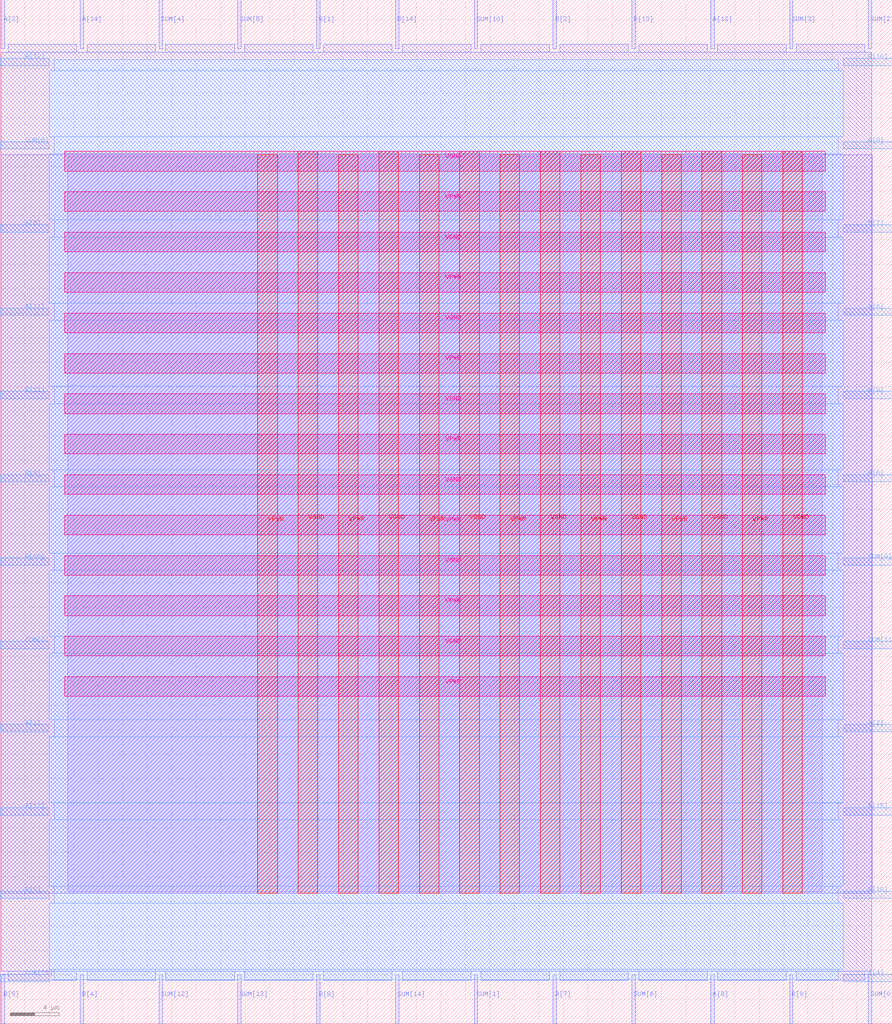
<source format=lef>
VERSION 5.7 ;
  NOWIREEXTENSIONATPIN ON ;
  DIVIDERCHAR "/" ;
  BUSBITCHARS "[]" ;
MACRO kogge
  CLASS BLOCK ;
  FOREIGN kogge ;
  ORIGIN 0.000 0.000 ;
  SIZE 72.880 BY 83.600 ;
  PIN A[0]
    DIRECTION INPUT ;
    USE SIGNAL ;
    ANTENNAGATEAREA 0.196500 ;
    PORT
      LAYER met3 ;
        RECT 0.000 64.640 4.000 65.240 ;
    END
  END A[0]
  PIN A[10]
    DIRECTION INPUT ;
    USE SIGNAL ;
    ANTENNAGATEAREA 0.213000 ;
    PORT
      LAYER met3 ;
        RECT 68.880 10.240 72.880 10.840 ;
    END
  END A[10]
  PIN A[11]
    DIRECTION INPUT ;
    USE SIGNAL ;
    ANTENNAGATEAREA 0.213000 ;
    PORT
      LAYER met3 ;
        RECT 0.000 57.840 4.000 58.440 ;
    END
  END A[11]
  PIN A[12]
    DIRECTION INPUT ;
    USE SIGNAL ;
    ANTENNAGATEAREA 0.213000 ;
    PORT
      LAYER met2 ;
        RECT 58.050 79.600 58.330 83.600 ;
    END
  END A[12]
  PIN A[13]
    DIRECTION INPUT ;
    USE SIGNAL ;
    ANTENNAGATEAREA 0.213000 ;
    PORT
      LAYER met3 ;
        RECT 0.000 17.040 4.000 17.640 ;
    END
  END A[13]
  PIN A[14]
    DIRECTION INPUT ;
    USE SIGNAL ;
    ANTENNAGATEAREA 0.196500 ;
    PORT
      LAYER met2 ;
        RECT 6.530 79.600 6.810 83.600 ;
    END
  END A[14]
  PIN A[15]
    DIRECTION INPUT ;
    USE SIGNAL ;
    ANTENNAGATEAREA 0.196500 ;
    PORT
      LAYER met3 ;
        RECT 68.880 17.040 72.880 17.640 ;
    END
  END A[15]
  PIN A[1]
    DIRECTION INPUT ;
    USE SIGNAL ;
    ANTENNAGATEAREA 0.196500 ;
    PORT
      LAYER met3 ;
        RECT 0.000 23.840 4.000 24.440 ;
    END
  END A[1]
  PIN A[2]
    DIRECTION INPUT ;
    USE SIGNAL ;
    ANTENNAGATEAREA 0.213000 ;
    PORT
      LAYER met3 ;
        RECT 68.880 23.840 72.880 24.440 ;
    END
  END A[2]
  PIN A[3]
    DIRECTION INPUT ;
    USE SIGNAL ;
    ANTENNAGATEAREA 0.213000 ;
    PORT
      LAYER met2 ;
        RECT 0.090 79.600 0.370 83.600 ;
    END
  END A[3]
  PIN A[4]
    DIRECTION INPUT ;
    USE SIGNAL ;
    ANTENNAGATEAREA 0.213000 ;
    PORT
      LAYER met3 ;
        RECT 68.880 3.440 72.880 4.040 ;
    END
  END A[4]
  PIN A[5]
    DIRECTION INPUT ;
    USE SIGNAL ;
    ANTENNAGATEAREA 0.213000 ;
    PORT
      LAYER met3 ;
        RECT 0.000 10.240 4.000 10.840 ;
    END
  END A[5]
  PIN A[6]
    DIRECTION INPUT ;
    USE SIGNAL ;
    ANTENNAGATEAREA 0.213000 ;
    PORT
      LAYER met3 ;
        RECT 68.880 57.840 72.880 58.440 ;
    END
  END A[6]
  PIN A[7]
    DIRECTION INPUT ;
    USE SIGNAL ;
    ANTENNAGATEAREA 0.213000 ;
    PORT
      LAYER met2 ;
        RECT 45.170 0.000 45.450 4.000 ;
    END
  END A[7]
  PIN A[8]
    DIRECTION INPUT ;
    USE SIGNAL ;
    ANTENNAGATEAREA 0.213000 ;
    PORT
      LAYER met2 ;
        RECT 58.050 0.000 58.330 4.000 ;
    END
  END A[8]
  PIN A[9]
    DIRECTION INPUT ;
    USE SIGNAL ;
    ANTENNAGATEAREA 0.213000 ;
    PORT
      LAYER met3 ;
        RECT 68.880 71.440 72.880 72.040 ;
    END
  END A[9]
  PIN B[0]
    DIRECTION INPUT ;
    USE SIGNAL ;
    ANTENNAGATEAREA 0.196500 ;
    PORT
      LAYER met2 ;
        RECT 64.490 0.000 64.770 4.000 ;
    END
  END B[0]
  PIN B[10]
    DIRECTION INPUT ;
    USE SIGNAL ;
    ANTENNAGATEAREA 0.213000 ;
    PORT
      LAYER met3 ;
        RECT 68.880 78.240 72.880 78.840 ;
    END
  END B[10]
  PIN B[11]
    DIRECTION INPUT ;
    USE SIGNAL ;
    ANTENNAGATEAREA 0.213000 ;
    PORT
      LAYER met3 ;
        RECT 0.000 51.040 4.000 51.640 ;
    END
  END B[11]
  PIN B[12]
    DIRECTION INPUT ;
    USE SIGNAL ;
    ANTENNAGATEAREA 0.213000 ;
    PORT
      LAYER met3 ;
        RECT 0.000 78.240 4.000 78.840 ;
    END
  END B[12]
  PIN B[13]
    DIRECTION INPUT ;
    USE SIGNAL ;
    ANTENNAGATEAREA 0.213000 ;
    PORT
      LAYER met2 ;
        RECT 51.610 79.600 51.890 83.600 ;
    END
  END B[13]
  PIN B[14]
    DIRECTION INPUT ;
    USE SIGNAL ;
    ANTENNAGATEAREA 0.196500 ;
    PORT
      LAYER met2 ;
        RECT 32.290 79.600 32.570 83.600 ;
    END
  END B[14]
  PIN B[15]
    DIRECTION INPUT ;
    USE SIGNAL ;
    ANTENNAGATEAREA 0.196500 ;
    PORT
      LAYER met3 ;
        RECT 0.000 37.440 4.000 38.040 ;
    END
  END B[15]
  PIN B[1]
    DIRECTION INPUT ;
    USE SIGNAL ;
    ANTENNAGATEAREA 0.126000 ;
    PORT
      LAYER met2 ;
        RECT 25.850 79.600 26.130 83.600 ;
    END
  END B[1]
  PIN B[2]
    DIRECTION INPUT ;
    USE SIGNAL ;
    ANTENNAGATEAREA 0.213000 ;
    PORT
      LAYER met2 ;
        RECT 45.170 79.600 45.450 83.600 ;
    END
  END B[2]
  PIN B[3]
    DIRECTION INPUT ;
    USE SIGNAL ;
    ANTENNAGATEAREA 0.213000 ;
    PORT
      LAYER met3 ;
        RECT 0.000 44.240 4.000 44.840 ;
    END
  END B[3]
  PIN B[4]
    DIRECTION INPUT ;
    USE SIGNAL ;
    ANTENNAGATEAREA 0.213000 ;
    PORT
      LAYER met2 ;
        RECT 6.530 0.000 6.810 4.000 ;
    END
  END B[4]
  PIN B[5]
    DIRECTION INPUT ;
    USE SIGNAL ;
    ANTENNAGATEAREA 0.213000 ;
    PORT
      LAYER met2 ;
        RECT 0.090 0.000 0.370 4.000 ;
    END
  END B[5]
  PIN B[6]
    DIRECTION INPUT ;
    USE SIGNAL ;
    ANTENNAGATEAREA 0.213000 ;
    PORT
      LAYER met3 ;
        RECT 68.880 44.240 72.880 44.840 ;
    END
  END B[6]
  PIN B[7]
    DIRECTION INPUT ;
    USE SIGNAL ;
    ANTENNAGATEAREA 0.213000 ;
    PORT
      LAYER met3 ;
        RECT 68.880 64.640 72.880 65.240 ;
    END
  END B[7]
  PIN B[8]
    DIRECTION INPUT ;
    USE SIGNAL ;
    ANTENNAGATEAREA 0.213000 ;
    PORT
      LAYER met2 ;
        RECT 25.850 0.000 26.130 4.000 ;
    END
  END B[8]
  PIN B[9]
    DIRECTION INPUT ;
    USE SIGNAL ;
    ANTENNAGATEAREA 0.213000 ;
    PORT
      LAYER met3 ;
        RECT 68.880 51.040 72.880 51.640 ;
    END
  END B[9]
  PIN SUM[0]
    DIRECTION OUTPUT TRISTATE ;
    USE SIGNAL ;
    ANTENNADIFFAREA 0.795200 ;
    PORT
      LAYER met2 ;
        RECT 70.930 0.000 71.210 4.000 ;
    END
  END SUM[0]
  PIN SUM[10]
    DIRECTION OUTPUT TRISTATE ;
    USE SIGNAL ;
    ANTENNADIFFAREA 0.795200 ;
    PORT
      LAYER met2 ;
        RECT 38.730 79.600 39.010 83.600 ;
    END
  END SUM[10]
  PIN SUM[11]
    DIRECTION OUTPUT TRISTATE ;
    USE SIGNAL ;
    ANTENNADIFFAREA 0.445500 ;
    PORT
      LAYER met3 ;
        RECT 68.880 30.640 72.880 31.240 ;
    END
  END SUM[11]
  PIN SUM[12]
    DIRECTION OUTPUT TRISTATE ;
    USE SIGNAL ;
    ANTENNADIFFAREA 0.795200 ;
    PORT
      LAYER met2 ;
        RECT 12.970 0.000 13.250 4.000 ;
    END
  END SUM[12]
  PIN SUM[13]
    DIRECTION OUTPUT TRISTATE ;
    USE SIGNAL ;
    ANTENNADIFFAREA 0.795200 ;
    PORT
      LAYER met2 ;
        RECT 19.410 0.000 19.690 4.000 ;
    END
  END SUM[13]
  PIN SUM[14]
    DIRECTION OUTPUT TRISTATE ;
    USE SIGNAL ;
    ANTENNADIFFAREA 0.795200 ;
    PORT
      LAYER met2 ;
        RECT 32.290 0.000 32.570 4.000 ;
    END
  END SUM[14]
  PIN SUM[15]
    DIRECTION OUTPUT TRISTATE ;
    USE SIGNAL ;
    ANTENNADIFFAREA 0.795200 ;
    PORT
      LAYER met3 ;
        RECT 0.000 3.440 4.000 4.040 ;
    END
  END SUM[15]
  PIN SUM[1]
    DIRECTION OUTPUT TRISTATE ;
    USE SIGNAL ;
    ANTENNADIFFAREA 0.795200 ;
    PORT
      LAYER met2 ;
        RECT 38.730 0.000 39.010 4.000 ;
    END
  END SUM[1]
  PIN SUM[2]
    DIRECTION OUTPUT TRISTATE ;
    USE SIGNAL ;
    ANTENNADIFFAREA 0.795200 ;
    PORT
      LAYER met2 ;
        RECT 70.930 79.600 71.210 83.600 ;
    END
  END SUM[2]
  PIN SUM[3]
    DIRECTION OUTPUT TRISTATE ;
    USE SIGNAL ;
    ANTENNADIFFAREA 0.445500 ;
    PORT
      LAYER met2 ;
        RECT 64.490 79.600 64.770 83.600 ;
    END
  END SUM[3]
  PIN SUM[4]
    DIRECTION OUTPUT TRISTATE ;
    USE SIGNAL ;
    ANTENNADIFFAREA 0.795200 ;
    PORT
      LAYER met2 ;
        RECT 12.970 79.600 13.250 83.600 ;
    END
  END SUM[4]
  PIN SUM[5]
    DIRECTION OUTPUT TRISTATE ;
    USE SIGNAL ;
    ANTENNADIFFAREA 0.795200 ;
    PORT
      LAYER met2 ;
        RECT 19.410 79.600 19.690 83.600 ;
    END
  END SUM[5]
  PIN SUM[6]
    DIRECTION OUTPUT TRISTATE ;
    USE SIGNAL ;
    ANTENNADIFFAREA 0.795200 ;
    PORT
      LAYER met2 ;
        RECT 51.610 0.000 51.890 4.000 ;
    END
  END SUM[6]
  PIN SUM[7]
    DIRECTION OUTPUT TRISTATE ;
    USE SIGNAL ;
    ANTENNADIFFAREA 0.795200 ;
    PORT
      LAYER met3 ;
        RECT 0.000 30.640 4.000 31.240 ;
    END
  END SUM[7]
  PIN SUM[8]
    DIRECTION OUTPUT TRISTATE ;
    USE SIGNAL ;
    ANTENNADIFFAREA 0.795200 ;
    PORT
      LAYER met3 ;
        RECT 0.000 71.440 4.000 72.040 ;
    END
  END SUM[8]
  PIN SUM[9]
    DIRECTION OUTPUT TRISTATE ;
    USE SIGNAL ;
    ANTENNADIFFAREA 0.445500 ;
    PORT
      LAYER met3 ;
        RECT 68.880 37.440 72.880 38.040 ;
    END
  END SUM[9]
  PIN VGND
    DIRECTION INOUT ;
    USE GROUND ;
    PORT
      LAYER met4 ;
        RECT 24.340 10.640 25.940 71.230 ;
    END
    PORT
      LAYER met4 ;
        RECT 30.940 10.640 32.540 71.230 ;
    END
    PORT
      LAYER met4 ;
        RECT 37.540 10.640 39.140 71.230 ;
    END
    PORT
      LAYER met4 ;
        RECT 44.140 10.640 45.740 71.230 ;
    END
    PORT
      LAYER met4 ;
        RECT 50.740 10.640 52.340 71.230 ;
    END
    PORT
      LAYER met4 ;
        RECT 57.340 10.640 58.940 71.230 ;
    END
    PORT
      LAYER met4 ;
        RECT 63.940 10.640 65.540 71.230 ;
    END
    PORT
      LAYER met5 ;
        RECT 5.280 30.030 67.400 31.630 ;
    END
    PORT
      LAYER met5 ;
        RECT 5.280 36.630 67.400 38.230 ;
    END
    PORT
      LAYER met5 ;
        RECT 5.280 43.230 67.400 44.830 ;
    END
    PORT
      LAYER met5 ;
        RECT 5.280 49.830 67.400 51.430 ;
    END
    PORT
      LAYER met5 ;
        RECT 5.280 56.430 67.400 58.030 ;
    END
    PORT
      LAYER met5 ;
        RECT 5.280 63.030 67.400 64.630 ;
    END
    PORT
      LAYER met5 ;
        RECT 5.280 69.630 67.400 71.230 ;
    END
  END VGND
  PIN VPWR
    DIRECTION INOUT ;
    USE POWER ;
    PORT
      LAYER met4 ;
        RECT 21.040 10.640 22.640 70.960 ;
    END
    PORT
      LAYER met4 ;
        RECT 27.640 10.640 29.240 70.960 ;
    END
    PORT
      LAYER met4 ;
        RECT 34.240 10.640 35.840 70.960 ;
    END
    PORT
      LAYER met4 ;
        RECT 40.840 10.640 42.440 70.960 ;
    END
    PORT
      LAYER met4 ;
        RECT 47.440 10.640 49.040 70.960 ;
    END
    PORT
      LAYER met4 ;
        RECT 54.040 10.640 55.640 70.960 ;
    END
    PORT
      LAYER met4 ;
        RECT 60.640 10.640 62.240 70.960 ;
    END
    PORT
      LAYER met5 ;
        RECT 5.280 26.730 67.400 28.330 ;
    END
    PORT
      LAYER met5 ;
        RECT 5.280 33.330 67.400 34.930 ;
    END
    PORT
      LAYER met5 ;
        RECT 5.280 39.930 67.400 41.530 ;
    END
    PORT
      LAYER met5 ;
        RECT 5.280 46.530 67.400 48.130 ;
    END
    PORT
      LAYER met5 ;
        RECT 5.280 53.130 67.400 54.730 ;
    END
    PORT
      LAYER met5 ;
        RECT 5.280 59.730 67.400 61.330 ;
    END
    PORT
      LAYER met5 ;
        RECT 5.280 66.330 67.400 67.930 ;
    END
  END VPWR
  OBS
      LAYER li1 ;
        RECT 5.520 10.795 67.160 70.805 ;
      LAYER met1 ;
        RECT 0.070 10.640 71.230 70.960 ;
      LAYER met2 ;
        RECT 0.650 79.320 6.250 79.970 ;
        RECT 7.090 79.320 12.690 79.970 ;
        RECT 13.530 79.320 19.130 79.970 ;
        RECT 19.970 79.320 25.570 79.970 ;
        RECT 26.410 79.320 32.010 79.970 ;
        RECT 32.850 79.320 38.450 79.970 ;
        RECT 39.290 79.320 44.890 79.970 ;
        RECT 45.730 79.320 51.330 79.970 ;
        RECT 52.170 79.320 57.770 79.970 ;
        RECT 58.610 79.320 64.210 79.970 ;
        RECT 65.050 79.320 70.650 79.970 ;
        RECT 0.100 4.280 71.200 79.320 ;
        RECT 0.650 3.555 6.250 4.280 ;
        RECT 7.090 3.555 12.690 4.280 ;
        RECT 13.530 3.555 19.130 4.280 ;
        RECT 19.970 3.555 25.570 4.280 ;
        RECT 26.410 3.555 32.010 4.280 ;
        RECT 32.850 3.555 38.450 4.280 ;
        RECT 39.290 3.555 44.890 4.280 ;
        RECT 45.730 3.555 51.330 4.280 ;
        RECT 52.170 3.555 57.770 4.280 ;
        RECT 58.610 3.555 64.210 4.280 ;
        RECT 65.050 3.555 70.650 4.280 ;
      LAYER met3 ;
        RECT 4.400 77.840 68.480 78.705 ;
        RECT 4.000 72.440 68.880 77.840 ;
        RECT 4.400 71.040 68.480 72.440 ;
        RECT 4.000 65.640 68.880 71.040 ;
        RECT 4.400 64.240 68.480 65.640 ;
        RECT 4.000 58.840 68.880 64.240 ;
        RECT 4.400 57.440 68.480 58.840 ;
        RECT 4.000 52.040 68.880 57.440 ;
        RECT 4.400 50.640 68.480 52.040 ;
        RECT 4.000 45.240 68.880 50.640 ;
        RECT 4.400 43.840 68.480 45.240 ;
        RECT 4.000 38.440 68.880 43.840 ;
        RECT 4.400 37.040 68.480 38.440 ;
        RECT 4.000 31.640 68.880 37.040 ;
        RECT 4.400 30.240 68.480 31.640 ;
        RECT 4.000 24.840 68.880 30.240 ;
        RECT 4.400 23.440 68.480 24.840 ;
        RECT 4.000 18.040 68.880 23.440 ;
        RECT 4.400 16.640 68.480 18.040 ;
        RECT 4.000 11.240 68.880 16.640 ;
        RECT 4.400 9.840 68.480 11.240 ;
        RECT 4.000 4.440 68.880 9.840 ;
        RECT 4.400 3.575 68.480 4.440 ;
  END
END kogge
END LIBRARY


</source>
